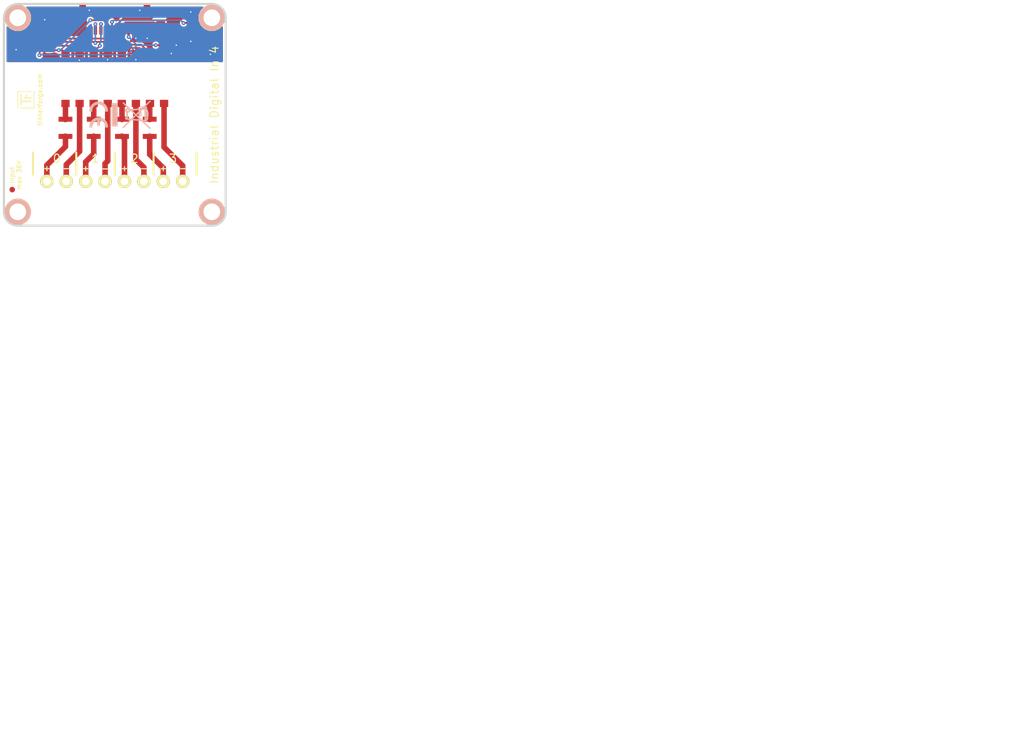
<source format=kicad_pcb>
(kicad_pcb (version 4) (host pcbnew 4.0.2+dfsg1-stable)
  (title_block (date "21 jan 2013"))
  (layers (0 Front signal) (31 Back signal) (34 B.Paste user) (35 F.Paste user) (36 B.SilkS user) (37 F.SilkS user) (38 B.Mask user) (39 F.Mask user) (44 Edge.Cuts user))
  (net 0 "")
  (net 1 3V3)
  (net 2 GND)
  (net 3 INPUT1)
  (net 4 INPUT2)
  (net 5 INPUT3)
  (net 6 INPUT4)
  (net 7 "Net-(P1-Pad1)")
  (net 8 "Net-(P1-Pad4)")
  (net 9 "Net-(P1-Pad5)")
  (net 10 "Net-(P1-Pad6)")
  (net 11 "Net-(P2-Pad2)")
  (net 12 "Net-(P2-Pad3)")
  (net 13 "Net-(P2-Pad4)")
  (net 14 "Net-(P2-Pad1)")
  (net 15 "Net-(P2-Pad5)")
  (net 16 "Net-(P2-Pad6)")
  (net 17 "Net-(P2-Pad7)")
  (net 18 "Net-(P2-Pad8)")
  (net 19 "Net-(R1-Pad1)")
  (net 20 "Net-(R2-Pad1)")
  (net 21 "Net-(R3-Pad1)")
  (net 22 "Net-(R4-Pad1)")
  (net 23 "Net-(U1-Pad7)")
  (module kicad-libraries:R1210 (layer Front) (at 124.09932 60.4012 270)
    (fp_text reference R4)
    (fp_text value 4.7k)
    (pad 1 smd rect (at -1.5494 0 270) (size 0.89916 2.49936) (layers Front F.Paste F.Mask) (net 22 "Net-(R4-Pad1)") (clearance 0.14986))
    (pad 2 smd rect (at 1.5494 0 270) (size 0.89916 2.49936) (layers Front F.Paste F.Mask) (net 17 "Net-(P2-Pad7)") (clearance 0.14986))
  )
  (module kicad-libraries:R1210 (layer Front) (at 119.1006 60.4012 270)
    (fp_text reference R3)
    (fp_text value 4.7k)
    (pad 1 smd rect (at -1.5494 0 270) (size 0.89916 2.49936) (layers Front F.Paste F.Mask) (net 21 "Net-(R3-Pad1)") (clearance 0.14986))
    (pad 2 smd rect (at 1.5494 0 270) (size 0.89916 2.49936) (layers Front F.Paste F.Mask) (net 15 "Net-(P2-Pad5)") (clearance 0.14986))
  )
  (module kicad-libraries:R1210 (layer Front) (at 114.00028 60.4012 270)
    (fp_text reference R2)
    (fp_text value 4.7k)
    (pad 1 smd rect (at -1.5494 0 270) (size 0.89916 2.49936) (layers Front F.Paste F.Mask) (net 20 "Net-(R2-Pad1)") (clearance 0.14986))
    (pad 2 smd rect (at 1.5494 0 270) (size 0.89916 2.49936) (layers Front F.Paste F.Mask) (net 12 "Net-(P2-Pad3)") (clearance 0.14986))
  )
  (module kicad-libraries:R1210 (layer Front) (at 108.89996 60.4012 270)
    (fp_text reference R1)
    (fp_text value 4.7k)
    (pad 1 smd rect (at -1.5494 0 270) (size 0.89916 2.49936) (layers Front F.Paste F.Mask) (net 19 "Net-(R1-Pad1)") (clearance 0.14986))
    (pad 2 smd rect (at 1.5494 0 270) (size 0.89916 2.49936) (layers Front F.Paste F.Mask) (net 14 "Net-(P2-Pad1)") (clearance 0.14986))
  )
  (module kicad-libraries:C0603 (layer Front) (at 126.90094 45.49902)
    (fp_text reference C1)
    (fp_text value 100nF)
    (pad 1 smd rect (at -0.8001 0) (size 0.8001 0.8001) (layers Front F.Paste F.Mask) (net 1 3V3))
    (pad 2 smd rect (at 0.8001 0) (size 0.8001 0.8001) (layers Front F.Paste F.Mask) (net 2 GND))
  )
  (module kicad-libraries:WEEE_7mm (layer Back) (at 120.775 58.05 90)
    (fp_text reference VAL hide)
    (fp_text value WEEE_7mm hide)
  )
  (module kicad-libraries:CE_5mm (layer Back) (at 114.9 58.05 270)
    (fp_text reference VAL hide)
    (fp_text value CE_5mm hide)
  )
  (module kicad-libraries:Logo_31x31 (layer Front) (at 100.17506 56.92394 90)
    (fp_text reference G*** hide)
    (fp_text value Logo_31x31 hide)
  )
  (module kicad-libraries:Fiducial_Mark (layer Front) (at 135.8011 44.54906)
    (fp_text reference Fiducial_Mark hide)
    (fp_text value VAL** hide)
    (pad 1 smd circle (at 0 0) (size 1.00076 1.00076) (layers Front F.Paste F.Mask) (clearance 0.65024))
  )
  (module kicad-libraries:Fiducial_Mark (layer Front) (at 99.3013 71.54926)
    (fp_text reference Fiducial_Mark hide)
    (fp_text value VAL** hide)
    (pad 1 smd circle (at 0 0) (size 1.00076 1.00076) (layers Front F.Paste F.Mask) (clearance 0.65024))
  )
  (module kicad-libraries:DRILL_NP (layer Front) (at 100.29952 40.5511)
    (fp_text reference U3 hide)
    (fp_text value DRILL hide)
    (pad "" np_thru_hole circle (at 0 0) (size 2.99974 2.99974) (drill 2.99974) (layers *.Cu *.Mask F.SilkS) (clearance 0.89916))
  )
  (module kicad-libraries:DRILL_NP (layer Front) (at 135.30072 40.5511)
    (fp_text reference U4 hide)
    (fp_text value DRILL hide)
    (pad "" np_thru_hole circle (at 0 0) (size 2.99974 2.99974) (drill 2.99974) (layers *.Cu *.Mask F.SilkS) (clearance 0.89916))
  )
  (module kicad-libraries:DRILL_NP (layer Front) (at 135.30072 75.54976)
    (fp_text reference U5 hide)
    (fp_text value DRILL hide)
    (pad "" np_thru_hole circle (at 0 0) (size 2.99974 2.99974) (drill 2.99974) (layers *.Cu *.Mask F.SilkS) (clearance 0.89916))
  )
  (module kicad-libraries:DRILL_NP (layer Front) (at 100.29952 75.54976)
    (fp_text reference U6 hide)
    (fp_text value DRILL hide)
    (pad "" np_thru_hole circle (at 0 0) (size 2.99974 2.99974) (drill 2.99974) (layers *.Cu *.Mask F.SilkS) (clearance 0.89916))
  )
  (module kicad-libraries:0603X4 (layer Front) (at 105.10012 45.1993 270)
    (fp_text reference RP1)
    (fp_text value 10k)
    (pad 1 smd rect (at 1.19888 -0.8509 270) (size 0.44958 0.89916) (layers Front F.Paste F.Mask) (net 3 INPUT1))
    (pad 2 smd rect (at 0.39878 -0.8509 270) (size 0.44958 0.89916) (layers Front F.Paste F.Mask) (net 4 INPUT2))
    (pad 3 smd rect (at -0.39878 -0.8509 270) (size 0.44958 0.89916) (layers Front F.Paste F.Mask) (net 5 INPUT3))
    (pad 4 smd rect (at -1.19888 -0.8509 270) (size 0.44958 0.89916) (layers Front F.Paste F.Mask) (net 6 INPUT4))
    (pad 5 smd rect (at -1.19888 0.8509 270) (size 0.44958 0.89916) (layers Front F.Paste F.Mask) (net 1 3V3))
    (pad 6 smd rect (at -0.39878 0.8509 270) (size 0.44958 0.89916) (layers Front F.Paste F.Mask) (net 1 3V3))
    (pad 7 smd rect (at 0.39878 0.8509 270) (size 0.44958 0.89916) (layers Front F.Paste F.Mask) (net 1 3V3))
    (pad 8 smd rect (at 1.19888 0.8509 270) (size 0.44958 0.89916) (layers Front F.Paste F.Mask) (net 1 3V3))
  )
  (module kicad-libraries:CON-SENSOR (layer Front) (at 117.80012 38.0492 180)
    (fp_text reference P1)
    (fp_text value CON-SENSOR)
    (pad 1 smd rect (at -4.50088 -4.7752 180) (size 0.59944 1.5494) (layers Front F.Paste F.Mask) (net 7 "Net-(P1-Pad1)"))
    (pad 2 smd rect (at -3.50012 -4.7752 180) (size 0.59944 1.5494) (layers Front F.Paste F.Mask) (net 2 GND))
    (pad 3 smd rect (at -2.49936 -4.7752 180) (size 0.59944 1.5494) (layers Front F.Paste F.Mask) (net 1 3V3))
    (pad 4 smd rect (at -1.50114 -4.7752 180) (size 0.59944 1.5494) (layers Front F.Paste F.Mask) (net 8 "Net-(P1-Pad4)"))
    (pad 5 smd rect (at -0.50038 -4.7752 180) (size 0.59944 1.5494) (layers Front F.Paste F.Mask) (net 9 "Net-(P1-Pad5)"))
    (pad 6 smd rect (at 0.50038 -4.7752 180) (size 0.59944 1.5494) (layers Front F.Paste F.Mask) (net 10 "Net-(P1-Pad6)"))
    (pad 7 smd rect (at 1.50114 -4.7752 180) (size 0.59944 1.5494) (layers Front F.Paste F.Mask) (net 3 INPUT1))
    (pad 8 smd rect (at 2.49936 -4.7752 180) (size 0.59944 1.5494) (layers Front F.Paste F.Mask) (net 4 INPUT2))
    (pad 9 smd rect (at 3.50012 -4.7752 180) (size 0.59944 1.5494) (layers Front F.Paste F.Mask) (net 5 INPUT3))
    (pad 10 smd rect (at 4.50088 -4.7752 180) (size 0.59944 1.5494) (layers Front F.Paste F.Mask) (net 6 INPUT4))
    (pad EP smd rect (at -5.79882 -0.89916 180) (size 1.19888 1.80086) (layers Front F.Paste F.Mask) (net 2 GND))
    (pad EP smd rect (at 5.79882 -0.89916 180) (size 1.19888 1.80086) (layers Front F.Paste F.Mask) (net 2 GND))
  )
  (module kicad-libraries:OQ_8P (layer Front) (at 117.80012 70.05066)
    (fp_text reference P2)
    (fp_text value "Digital Input")
    (pad 2 thru_hole circle (at -8.7503 0) (size 2.4003 2.4003) (drill 1.39954) (layers *.Cu *.Mask F.SilkS) (net 11 "Net-(P2-Pad2)"))
    (pad 3 thru_hole circle (at -5.25018 0) (size 2.4003 2.4003) (drill 1.39954) (layers *.Cu *.Mask F.SilkS) (net 12 "Net-(P2-Pad3)"))
    (pad 4 thru_hole circle (at -1.75006 0) (size 2.4003 2.4003) (drill 1.39954) (layers *.Cu *.Mask F.SilkS) (net 13 "Net-(P2-Pad4)"))
    (pad 1 thru_hole circle (at -12.25042 0) (size 2.4003 2.4003) (drill 1.39954) (layers *.Cu *.Mask F.SilkS) (net 14 "Net-(P2-Pad1)"))
    (pad 5 thru_hole circle (at 1.75006 0) (size 2.4003 2.4003) (drill 1.39954) (layers *.Cu *.Mask F.SilkS) (net 15 "Net-(P2-Pad5)"))
    (pad 6 thru_hole circle (at 5.25018 0) (size 2.4003 2.4003) (drill 1.39954) (layers *.Cu *.Mask F.SilkS) (net 16 "Net-(P2-Pad6)"))
    (pad 7 thru_hole circle (at 8.7503 0) (size 2.4003 2.4003) (drill 1.39954) (layers *.Cu *.Mask F.SilkS) (net 17 "Net-(P2-Pad7)"))
    (pad 8 thru_hole circle (at 12.25042 0) (size 2.4003 2.4003) (drill 1.39954) (layers *.Cu *.Mask F.SilkS) (net 18 "Net-(P2-Pad8)"))
  )
  (module kicad-libraries:SOIC8 (layer Front) (at 128.80086 42.1005 90)
    (fp_text reference U1)
    (fp_text value M24C64)
    (pad 1 smd rect (at -1.90246 2.69748 270) (size 0.59944 1.5494) (layers Front F.Paste F.Mask) (net 2 GND))
    (pad 2 smd rect (at -0.63246 2.69748 270) (size 0.59944 1.5494) (layers Front F.Paste F.Mask) (net 2 GND))
    (pad 3 smd rect (at 0.63246 2.69748 270) (size 0.59944 1.5494) (layers Front F.Paste F.Mask) (net 10 "Net-(P1-Pad6)"))
    (pad 4 smd rect (at 1.90246 2.69748 270) (size 0.59944 1.5494) (layers Front F.Paste F.Mask) (net 2 GND))
    (pad 5 smd rect (at 1.90246 -2.69748 90) (size 0.59944 1.5494) (layers Front F.Paste F.Mask) (net 9 "Net-(P1-Pad5)"))
    (pad 6 smd rect (at 0.63246 -2.69748 90) (size 0.59944 1.5494) (layers Front F.Paste F.Mask) (net 8 "Net-(P1-Pad4)"))
    (pad 7 smd rect (at -0.63246 -2.69748 90) (size 0.59944 1.5494) (layers Front F.Paste F.Mask) (net 23 "Net-(U1-Pad7)"))
    (pad 8 smd rect (at -1.90246 -2.69748 90) (size 0.59944 1.5494) (layers Front F.Paste F.Mask) (net 1 3V3))
  )
  (module kicad-libraries:OPTO-SMD16 (layer Front) (at 117.80012 51.50104)
    (fp_text reference U2)
    (fp_text value LTV846S)
    (pad 1 smd rect (at -8.88746 4.49834 180) (size 1.4986 1.29794) (layers Front F.Paste F.Mask) (net 19 "Net-(R1-Pad1)"))
    (pad 2 smd rect (at -6.34746 4.49834 180) (size 1.4986 1.29794) (layers Front F.Paste F.Mask) (net 11 "Net-(P2-Pad2)"))
    (pad 3 smd rect (at -3.80746 4.49834 180) (size 1.4986 1.29794) (layers Front F.Paste F.Mask) (net 20 "Net-(R2-Pad1)"))
    (pad 4 smd rect (at -1.26746 4.49834 180) (size 1.4986 1.29794) (layers Front F.Paste F.Mask) (net 13 "Net-(P2-Pad4)"))
    (pad 5 smd rect (at 1.26746 4.49834 180) (size 1.4986 1.29794) (layers Front F.Paste F.Mask) (net 21 "Net-(R3-Pad1)"))
    (pad 6 smd rect (at 3.80746 4.49834 180) (size 1.4986 1.29794) (layers Front F.Paste F.Mask) (net 16 "Net-(P2-Pad6)"))
    (pad 7 smd rect (at 6.34746 4.49834 180) (size 1.4986 1.29794) (layers Front F.Paste F.Mask) (net 22 "Net-(R4-Pad1)"))
    (pad 8 smd rect (at 8.88746 4.49834 180) (size 1.4986 1.29794) (layers Front F.Paste F.Mask) (net 18 "Net-(P2-Pad8)"))
    (pad 9 smd rect (at 8.88746 -4.49834) (size 1.4986 1.29794) (layers Front F.Paste F.Mask) (net 2 GND))
    (pad 10 smd rect (at 6.34746 -4.49834) (size 1.4986 1.29794) (layers Front F.Paste F.Mask) (net 6 INPUT4))
    (pad 11 smd rect (at 3.80746 -4.49834) (size 1.4986 1.29794) (layers Front F.Paste F.Mask) (net 2 GND))
    (pad 12 smd rect (at 1.26746 -4.49834) (size 1.4986 1.29794) (layers Front F.Paste F.Mask) (net 5 INPUT3))
    (pad 13 smd rect (at -1.26746 -4.49834) (size 1.4986 1.29794) (layers Front F.Paste F.Mask) (net 2 GND))
    (pad 14 smd rect (at -3.80746 -4.49834) (size 1.4986 1.29794) (layers Front F.Paste F.Mask) (net 4 INPUT2))
    (pad 15 smd rect (at -6.34746 -4.49834) (size 1.4986 1.29794) (layers Front F.Paste F.Mask) (net 2 GND))
    (pad 16 smd rect (at -8.88746 -4.49834) (size 1.4986 1.29794) (layers Front F.Paste F.Mask) (net 3 INPUT1))
  )
  (gr_text "Input\nmax 36V" (at 99.90074 68.9483 90) (layer F.SilkS) (effects (font (size 0.8001 0.8001) (thickness 0.14986))))
  (gr_line (start 132.5499 68.84924) (end 132.5499 64.84874) (angle 90) (layer F.SilkS) (width 0.381))
  (gr_line (start 103.05034 68.84924) (end 103.05034 64.84874) (angle 90) (layer F.SilkS) (width 0.381))
  (gr_line (start 124.80036 68.84924) (end 124.80036 64.84874) (angle 90) (layer F.SilkS) (width 0.381))
  (gr_line (start 117.80012 68.84924) (end 117.80012 64.84874) (angle 90) (layer F.SilkS) (width 0.381))
  (gr_line (start 110.85068 68.84924) (end 110.85068 64.84874) (angle 90) (layer F.SilkS) (width 0.381))
  (gr_text 3 (at 128.30048 65.94856) (layer F.SilkS) (effects (font (size 1.50114 1.50114) (thickness 0.20066))))
  (gr_text 2 (at 121.35104 65.94856) (layer F.SilkS) (effects (font (size 1.50114 1.50114) (thickness 0.20066))))
  (gr_text 1 (at 114.3 65.94856) (layer F.SilkS) (effects (font (size 1.50114 1.50114) (thickness 0.20066))))
  (gr_text - (at 130.05054 67.69862) (layer F.SilkS) (effects (font (size 1.00076 1.00076) (thickness 0.20066))))
  (gr_text + (at 126.55042 67.69862) (layer F.SilkS) (effects (font (size 1.00076 1.00076) (thickness 0.20066))))
  (gr_text - (at 123.0503 67.69862) (layer F.SilkS) (effects (font (size 1.00076 1.00076) (thickness 0.20066))))
  (gr_text + (at 119.55018 67.69862) (layer F.SilkS) (effects (font (size 1.00076 1.00076) (thickness 0.20066))))
  (gr_text - (at 116.05006 67.74942) (layer F.SilkS) (effects (font (size 1.00076 1.00076) (thickness 0.20066))))
  (gr_text + (at 112.54994 67.69862) (layer F.SilkS) (effects (font (size 1.00076 1.00076) (thickness 0.20066))))
  (gr_text - (at 109.04982 67.69862) (layer F.SilkS) (effects (font (size 1.00076 1.00076) (thickness 0.20066))))
  (gr_text + (at 105.5497 67.69862) (layer F.SilkS) (effects (font (size 1.00076 1.00076) (thickness 0.20066))))
  (gr_text 0 (at 107.35056 65.94856) (layer F.SilkS) (effects (font (size 1.50114 1.50114) (thickness 0.20066))))
  (gr_text tinkerforge.com (at 104.30002 55.29834 90) (layer F.SilkS) (effects (font (size 0.8001 0.8001) (thickness 0.14986))))
  (gr_text "Industrial Digital In 4" (at 135.7503 58.04916 90) (layer F.SilkS) (effects (font (size 1.50114 1.50114) (thickness 0.20066))))
  (gr_arc (start 100.29952 40.5511) (end 97.80016 40.5511) (angle 90) (layer Edge.Cuts) (width 0.381))
  (gr_arc (start 100.29952 75.54976) (end 100.29952 78.04912) (angle 90) (layer Edge.Cuts) (width 0.381))
  (gr_arc (start 135.29818 75.54976) (end 137.80008 75.54976) (angle 90) (layer Edge.Cuts) (width 0.381))
  (gr_arc (start 135.29818 40.5511) (end 135.29818 38.0492) (angle 90) (layer Edge.Cuts) (width 0.381))
  (gr_line (start 97.80016 40.5511) (end 97.80016 75.54976) (angle 90) (layer Edge.Cuts) (width 0.381))
  (gr_line (start 135.30072 38.0492) (end 100.29952 38.0492) (angle 90) (layer Edge.Cuts) (width 0.381))
  (gr_line (start 137.80262 75.54976) (end 137.80262 40.5511) (angle 90) (layer Edge.Cuts) (width 0.381))
  (gr_line (start 100.29952 78.04912) (end 135.30072 78.04912) (angle 90) (layer Edge.Cuts) (width 0.381))
  (segment (start 104.24922 46.39818) (end 104.24922 47.25162) (width 0.29972) (layer Front) (net 1))
  (segment (start 120.09628 47.20082) (end 121.79808 45.49902) (width 0.29972) (layer Back) (net 1))
  (segment (start 104.30002 47.20082) (end 120.09628 47.20082) (width 0.29972) (layer Back) (net 1))
  (segment (start 104.20096 47.29988) (end 104.30002 47.20082) (width 0.29972) (layer Back) (net 1))
  (via (at 104.20096 47.29988) (size 0.70104) (layers Front Back) (net 1))
  (segment (start 104.24922 47.25162) (end 104.20096 47.29988) (width 0.29972) (layer Front) (net 1))
  (segment (start 104.24922 44.80052) (end 104.24922 44.00042) (width 0.29972) (layer Front) (net 1))
  (segment (start 126.10338 45.49648) (end 126.10084 45.49902) (width 0.29972) (layer Front) (net 1))
  (segment (start 126.10338 44.00296) (end 126.10338 45.49648) (width 0.29972) (layer Front) (net 1))
  (via (at 120.29948 44.00042) (size 0.70104) (layers Front Back) (net 1))
  (segment (start 120.29948 43.07586) (end 120.29948 44.00042) (width 0.29972) (layer Front) (net 1))
  (segment (start 120.29948 44.00042) (end 121.79808 45.49902) (width 0.29972) (layer Back) (net 1))
  (segment (start 121.79808 45.49902) (end 125.19914 45.49902) (width 0.29972) (layer Back) (net 1))
  (segment (start 125.19914 45.49902) (end 126.10084 45.49902) (width 0.29972) (layer Front) (net 1))
  (via (at 125.19914 45.49902) (size 0.70104) (layers Front Back) (net 1))
  (segment (start 104.24922 46.39818) (end 104.24922 45.59808) (width 0.29972) (layer Front) (net 1))
  (segment (start 104.24922 45.59808) (end 104.24922 44.80052) (width 0.29972) (layer Front) (net 1))
  (segment (start 113.20018 39.19982) (end 122.301 39.19982) (width 0.29972) (layer Back) (net 2))
  (via (at 128.00076 47.00016) (size 0.70104) (layers Front Back) (net 2))
  (segment (start 128.00076 47.00016) (end 128.89992 46.101) (width 0.29972) (layer Back) (net 2))
  (segment (start 128.89992 46.101) (end 128.89992 45.49902) (width 0.29972) (layer Back) (net 2))
  (segment (start 126.68758 47.0027) (end 127.99822 47.0027) (width 0.29972) (layer Front) (net 2))
  (segment (start 122.69978 47.00016) (end 121.59996 48.09998) (width 0.29972) (layer Back) (net 2))
  (via (at 121.59996 48.09998) (size 0.70104) (layers Front Back) (net 2))
  (segment (start 122.60072 39.49954) (end 131.50088 39.49954) (width 0.29972) (layer Back) (net 2))
  (segment (start 122.301 39.19982) (end 122.60072 39.49954) (width 0.29972) (layer Back) (net 2))
  (via (at 122.301 39.19982) (size 0.70104) (layers Front Back) (net 2))
  (segment (start 131.49834 44.79798) (end 131.49834 44.00296) (width 0.29972) (layer Front) (net 2))
  (segment (start 131.50088 44.80052) (end 131.49834 44.79798) (width 0.29972) (layer Front) (net 2))
  (via (at 131.50088 44.80052) (size 0.70104) (layers Front Back) (net 2))
  (segment (start 127.99822 47.0027) (end 128.00076 47.00016) (width 0.29972) (layer Front) (net 2))
  (segment (start 128.89992 45.49902) (end 130.80238 45.49902) (width 0.29972) (layer Back) (net 2))
  (segment (start 131.50088 44.80052) (end 133.20268 44.80052) (width 0.29972) (layer Front) (net 2))
  (segment (start 123.59894 39.19982) (end 122.301 39.19982) (width 0.29972) (layer Front) (net 2))
  (segment (start 131.49834 39.50208) (end 131.49834 40.19804) (width 0.29972) (layer Front) (net 2))
  (segment (start 131.50088 39.49954) (end 131.49834 39.50208) (width 0.29972) (layer Front) (net 2))
  (via (at 131.50088 39.49954) (size 0.70104) (layers Front Back) (net 2))
  (via (at 123.64974 44.24934) (size 0.70104) (layers Front Back) (net 2))
  (segment (start 105.15092 41.148) (end 99.9998 46.29912) (width 0.29972) (layer Front) (net 2))
  (via (at 99.9998 46.29912) (size 0.70104) (layers Front Back) (net 2))
  (segment (start 112.0013 38.94836) (end 107.10164 38.94836) (width 0.29972) (layer Front) (net 2))
  (via (at 105.15092 40.89908) (size 0.70104) (layers Front Back) (net 2))
  (segment (start 107.10164 38.94836) (end 105.15092 40.89908) (width 0.29972) (layer Front) (net 2))
  (segment (start 105.15092 40.89908) (end 105.15092 41.148) (width 0.29972) (layer Front) (net 2))
  (segment (start 133.20268 44.80052) (end 135.04926 47.15002) (width 0.29972) (layer Front) (net 2))
  (via (at 135.04926 47.15002) (size 0.70104) (layers Front Back) (net 2))
  (segment (start 116.49964 48.09998) (end 116.53266 48.06696) (width 0.29972) (layer Front) (net 2))
  (segment (start 111.49838 48.09998) (end 111.39932 48.19904) (width 0.29972) (layer Back) (net 2))
  (via (at 111.39932 48.19904) (size 0.70104) (layers Front Back) (net 2))
  (segment (start 111.39932 48.19904) (end 111.45266 48.1457) (width 0.29972) (layer Front) (net 2))
  (segment (start 111.45266 48.1457) (end 111.45266 47.0027) (width 0.29972) (layer Front) (net 2))
  (segment (start 116.49964 48.09998) (end 111.49838 48.09998) (width 0.29972) (layer Back) (net 2))
  (segment (start 131.49834 44.00296) (end 131.49834 42.73296) (width 0.29972) (layer Front) (net 2))
  (segment (start 131.89966 40.19804) (end 132.6007 40.89908) (width 0.29972) (layer Front) (net 2))
  (segment (start 132.6007 40.89908) (end 132.6007 42.40022) (width 0.29972) (layer Front) (net 2))
  (via (at 116.49964 48.09998) (size 0.70104) (layers Front Back) (net 2))
  (segment (start 128.00076 47.00016) (end 122.69978 47.00016) (width 0.29972) (layer Back) (net 2))
  (segment (start 121.60758 48.09236) (end 121.60758 47.0027) (width 0.29972) (layer Front) (net 2))
  (segment (start 121.59996 48.09998) (end 121.60758 48.09236) (width 0.29972) (layer Front) (net 2))
  (segment (start 121.59996 48.09998) (end 116.49964 48.09998) (width 0.29972) (layer Back) (net 2))
  (segment (start 116.53266 48.06696) (end 116.53266 47.0027) (width 0.29972) (layer Front) (net 2))
  (segment (start 112.0013 39.19982) (end 113.20018 39.19982) (width 0.29972) (layer Front) (net 2))
  (segment (start 132.26796 42.73296) (end 131.49834 42.73296) (width 0.29972) (layer Front) (net 2))
  (segment (start 131.49834 40.19804) (end 131.89966 40.19804) (width 0.29972) (layer Front) (net 2))
  (via (at 128.89992 45.49902) (size 0.70104) (layers Front Back) (net 2))
  (segment (start 128.89992 45.49902) (end 127.70104 45.49902) (width 0.29972) (layer Front) (net 2))
  (segment (start 121.30024 42.8244) (end 121.30024 43.94962) (width 0.29972) (layer Front) (net 2))
  (segment (start 126.49962 45.49902) (end 128.89992 45.49902) (width 0.29972) (layer Back) (net 2))
  (segment (start 125.24994 44.24934) (end 126.49962 45.49902) (width 0.29972) (layer Back) (net 2))
  (segment (start 121.59996 44.24934) (end 123.64974 44.24934) (width 0.29972) (layer Back) (net 2))
  (segment (start 123.64974 44.24934) (end 125.24994 44.24934) (width 0.29972) (layer Back) (net 2))
  (via (at 121.59996 44.24934) (size 0.70104) (layers Front Back) (net 2))
  (segment (start 121.30024 43.94962) (end 121.59996 44.24934) (width 0.29972) (layer Front) (net 2))
  (segment (start 130.80238 45.49902) (end 131.50088 44.80052) (width 0.29972) (layer Back) (net 2))
  (via (at 113.20018 39.19982) (size 0.70104) (layers Front Back) (net 2))
  (segment (start 132.6007 42.40022) (end 132.26796 42.73296) (width 0.29972) (layer Front) (net 2))
  (segment (start 108.30814 46.39818) (end 108.91266 47.0027) (width 0.29972) (layer Front) (net 3))
  (segment (start 107.70108 46.39818) (end 108.30814 46.39818) (width 0.29972) (layer Front) (net 3))
  (segment (start 105.95102 46.39818) (end 107.70108 46.39818) (width 0.29972) (layer Front) (net 3))
  (segment (start 116.29898 41.49852) (end 115.80114 41.00068) (width 0.29972) (layer Front) (net 3))
  (segment (start 115.80114 41.00068) (end 114.09934 41.00068) (width 0.29972) (layer Front) (net 3))
  (via (at 107.70108 46.40072) (size 0.70104) (layers Front Back) (net 3))
  (segment (start 107.70108 46.40072) (end 107.70108 46.39818) (width 0.29972) (layer Front) (net 3))
  (segment (start 116.29898 43.07586) (end 116.29898 41.49852) (width 0.29972) (layer Front) (net 3))
  (segment (start 113.40338 41.00068) (end 113.40084 40.99814) (width 0.29972) (layer Front) (net 3))
  (via (at 113.40084 40.99814) (size 0.70104) (layers Front Back) (net 3))
  (segment (start 113.40084 40.99814) (end 107.99826 46.40072) (width 0.29972) (layer Back) (net 3))
  (segment (start 107.99826 46.40072) (end 107.70108 46.40072) (width 0.29972) (layer Back) (net 3))
  (segment (start 114.09934 41.00068) (end 113.40338 41.00068) (width 0.29972) (layer Front) (net 3))
  (segment (start 112.58804 45.59808) (end 113.99266 47.0027) (width 0.29972) (layer Front) (net 4))
  (segment (start 105.95102 45.59808) (end 112.58804 45.59808) (width 0.29972) (layer Front) (net 4))
  (via (at 115.30076 41.69918) (size 0.70104) (layers Front Back) (net 4))
  (segment (start 115.30076 41.69918) (end 115.30076 44.89958) (width 0.29972) (layer Back) (net 4))
  (segment (start 115.30076 44.89958) (end 115.1001 45.10024) (width 0.29972) (layer Back) (net 4))
  (segment (start 115.1001 45.10024) (end 115.1001 45.60062) (width 0.29972) (layer Back) (net 4))
  (via (at 115.1001 45.60062) (size 0.70104) (layers Front Back) (net 4))
  (segment (start 115.1001 45.60062) (end 113.99266 46.70806) (width 0.29972) (layer Front) (net 4))
  (segment (start 113.99266 46.70806) (end 113.99266 47.0027) (width 0.29972) (layer Front) (net 4))
  (segment (start 115.30076 43.07586) (end 115.30076 41.69918) (width 0.29972) (layer Front) (net 4))
  (segment (start 106.89844 44.80052) (end 106.9975 44.89958) (width 0.29972) (layer Front) (net 5))
  (segment (start 114.3 44.89958) (end 116.96446 44.89958) (width 0.29972) (layer Front) (net 5))
  (segment (start 106.9975 44.89958) (end 114.3 44.89958) (width 0.29972) (layer Front) (net 5))
  (segment (start 116.96446 44.89958) (end 119.06758 47.0027) (width 0.29972) (layer Front) (net 5))
  (segment (start 105.95102 44.80052) (end 106.89844 44.80052) (width 0.29972) (layer Front) (net 5))
  (via (at 114.3 41.69918) (size 0.70104) (layers Front Back) (net 5))
  (segment (start 114.3 41.69918) (end 114.3 45.10024) (width 0.29972) (layer Back) (net 5))
  (via (at 114.3 45.10024) (size 0.70104) (layers Front Back) (net 5))
  (segment (start 114.3 45.10024) (end 114.3 44.89958) (width 0.29972) (layer Front) (net 5))
  (segment (start 114.3 43.07586) (end 114.3 41.69918) (width 0.29972) (layer Front) (net 5))
  (segment (start 113.29924 44.30014) (end 107.70108 44.30014) (width 0.29972) (layer Front) (net 6))
  (segment (start 119.40032 44.30014) (end 113.29924 44.30014) (width 0.29972) (layer Front) (net 6))
  (segment (start 107.70108 44.30014) (end 107.40136 44.00042) (width 0.29972) (layer Front) (net 6))
  (segment (start 107.40136 44.00042) (end 105.95102 44.00042) (width 0.29972) (layer Front) (net 6))
  (segment (start 113.29924 43.07586) (end 113.29924 44.30014) (width 0.29972) (layer Front) (net 6))
  (segment (start 120.50014 45.39996) (end 122.54484 45.39996) (width 0.29972) (layer Front) (net 6))
  (segment (start 122.54484 45.39996) (end 124.14758 47.0027) (width 0.29972) (layer Front) (net 6))
  (segment (start 119.40032 44.30014) (end 120.50014 45.39996) (width 0.29972) (layer Front) (net 6))
  (segment (start 119.30126 41.79824) (end 119.70004 41.39946) (width 0.29972) (layer Front) (net 8))
  (segment (start 119.70004 41.39946) (end 124.79782 41.39946) (width 0.29972) (layer Front) (net 8))
  (segment (start 124.79782 41.39946) (end 124.8664 41.46804) (width 0.29972) (layer Front) (net 8))
  (segment (start 124.8664 41.46804) (end 126.10338 41.46804) (width 0.29972) (layer Front) (net 8))
  (segment (start 119.30126 43.07586) (end 119.30126 41.79824) (width 0.29972) (layer Front) (net 8))
  (segment (start 124.90196 40.19804) (end 124.39904 40.70096) (width 0.29972) (layer Front) (net 9))
  (segment (start 124.39904 40.70096) (end 119.29872 40.70096) (width 0.29972) (layer Front) (net 9))
  (segment (start 119.29872 40.70096) (end 118.3005 41.69918) (width 0.29972) (layer Front) (net 9))
  (segment (start 118.3005 41.69918) (end 118.3005 43.07586) (width 0.29972) (layer Front) (net 9))
  (segment (start 126.10338 40.19804) (end 124.90196 40.19804) (width 0.29972) (layer Front) (net 9))
  (via (at 117.29974 41.3004) (size 0.70104) (layers Front Back) (net 10))
  (segment (start 117.29974 41.3004) (end 117.59946 41.00068) (width 0.29972) (layer Back) (net 10))
  (segment (start 117.59946 41.00068) (end 129.70002 41.00068) (width 0.29972) (layer Back) (net 10))
  (segment (start 129.70002 41.00068) (end 130.2004 41.50106) (width 0.29972) (layer Back) (net 10))
  (via (at 130.2004 41.50106) (size 0.70104) (layers Front Back) (net 10))
  (segment (start 130.2004 41.50106) (end 130.23342 41.46804) (width 0.29972) (layer Front) (net 10))
  (segment (start 130.23342 41.46804) (end 131.49834 41.46804) (width 0.29972) (layer Front) (net 10))
  (segment (start 117.29974 43.07586) (end 117.29974 41.3004) (width 0.29972) (layer Front) (net 10))
  (segment (start 109.04982 69.7992) (end 109.04982 67.05092) (width 1.00076) (layer Front) (net 11))
  (segment (start 111.45266 64.64808) (end 111.45266 55.99938) (width 1.00076) (layer Front) (net 11))
  (segment (start 109.04982 67.05092) (end 111.45266 64.64808) (width 1.00076) (layer Front) (net 11))
  (segment (start 112.54994 66.55054) (end 114.00028 65.1002) (width 1.00076) (layer Front) (net 12))
  (segment (start 114.00028 65.1002) (end 114.00028 61.90234) (width 1.00076) (layer Front) (net 12))
  (segment (start 112.54994 69.7992) (end 112.54994 66.55054) (width 1.00076) (layer Front) (net 12))
  (segment (start 116.05006 66.85026) (end 116.53266 66.36766) (width 1.00076) (layer Front) (net 13))
  (segment (start 116.53266 66.36766) (end 116.53266 55.99938) (width 1.00076) (layer Front) (net 13))
  (segment (start 116.05006 69.7992) (end 116.05006 66.85026) (width 1.00076) (layer Front) (net 13))
  (segment (start 105.5497 67.14998) (end 108.89996 63.79972) (width 1.00076) (layer Front) (net 14))
  (segment (start 108.89996 63.79972) (end 108.89996 61.90234) (width 1.00076) (layer Front) (net 14))
  (segment (start 105.5497 69.7992) (end 105.5497 67.14998) (width 1.00076) (layer Front) (net 14))
  (segment (start 119.55018 62.35192) (end 119.1006 61.90234) (width 1.00076) (layer Front) (net 15))
  (segment (start 119.55018 69.7992) (end 119.55018 62.35192) (width 1.00076) (layer Front) (net 15))
  (segment (start 123.0503 67.5513) (end 121.60758 66.10858) (width 1.00076) (layer Front) (net 16))
  (segment (start 121.60758 66.10858) (end 121.60758 55.99938) (width 1.00076) (layer Front) (net 16))
  (segment (start 123.0503 69.7992) (end 123.0503 67.5513) (width 1.00076) (layer Front) (net 16))
  (segment (start 126.55042 67.65036) (end 124.09932 65.19926) (width 1.00076) (layer Front) (net 17))
  (segment (start 124.09932 65.19926) (end 124.09932 61.90234) (width 1.00076) (layer Front) (net 17))
  (segment (start 126.55042 69.7992) (end 126.55042 67.65036) (width 1.00076) (layer Front) (net 17))
  (segment (start 130.05054 69.7992) (end 130.05054 67.25158) (width 1.00076) (layer Front) (net 18))
  (segment (start 126.68758 63.88862) (end 126.68758 55.99938) (width 1.00076) (layer Front) (net 18))
  (segment (start 130.05054 67.25158) (end 126.68758 63.88862) (width 1.00076) (layer Front) (net 18))
  (segment (start 108.89996 56.01208) (end 108.91266 55.99938) (width 1.00076) (layer Front) (net 19))
  (segment (start 108.89996 58.90006) (end 108.89996 56.01208) (width 1.00076) (layer Front) (net 19))
  (segment (start 114.00028 58.90006) (end 114.00028 56.007) (width 1.00076) (layer Front) (net 20))
  (segment (start 114.00028 56.007) (end 113.99266 55.99938) (width 1.00076) (layer Front) (net 20))
  (segment (start 119.1006 56.0324) (end 119.06758 55.99938) (width 1.00076) (layer Front) (net 21))
  (segment (start 119.1006 58.90006) (end 119.1006 56.0324) (width 1.00076) (layer Front) (net 21))
  (segment (start 124.09932 56.04764) (end 124.14758 55.99938) (width 1.00076) (layer Front) (net 22))
  (segment (start 124.09932 58.90006) (end 124.09932 56.04764) (width 1.00076) (layer Front) (net 22))
  (zone (net 2) (net_name GND) (layer Back) (connect_pads (clearance 0.29972)) (min_thickness 0.254) (fill (arc_segments 16) (thermal_gap 0.24892) (thermal_bridge_width 0.25908))
    (polygon (pts (xy 137.80008 48.54956) (xy 137.80008 38.0492) (xy 97.80016 38.0492) (xy 97.80016 48.54956)))
  )
  (zone (net 2) (net_name GND) (layer Front) (connect_pads (clearance 0.29972)) (min_thickness 0.254) (fill (arc_segments 16) (thermal_gap 0.24892) (thermal_bridge_width 0.25908))
    (polygon (pts (xy 137.80008 48.54956) (xy 137.80008 38.0492) (xy 97.80016 38.0492) (xy 97.80016 48.54956)))
  )
)
</source>
